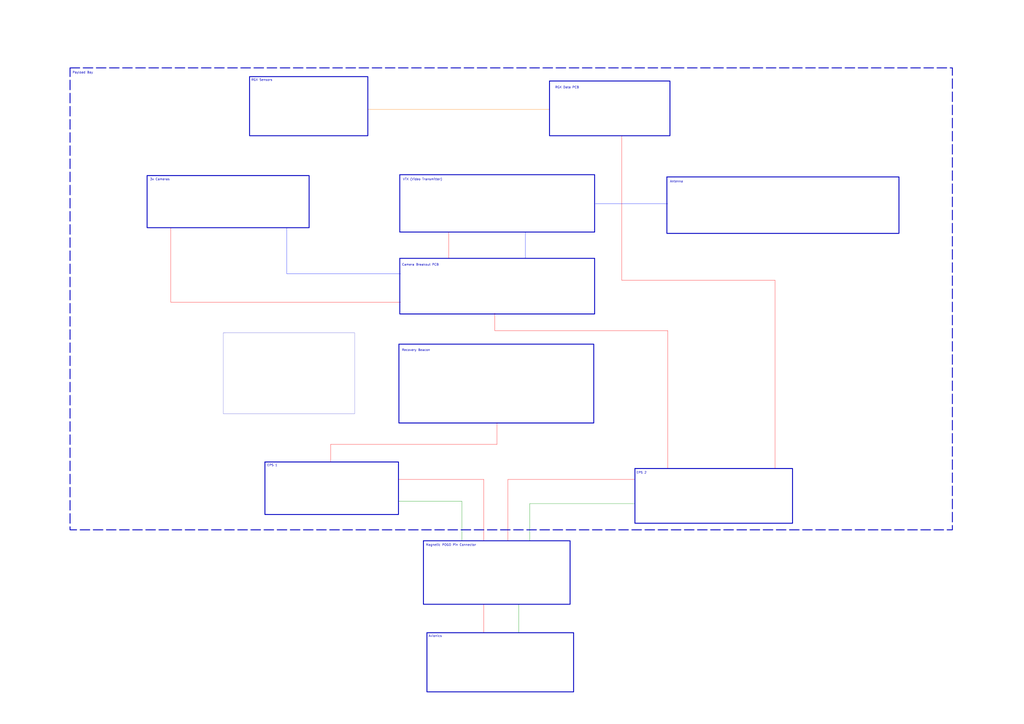
<source format=kicad_sch>
(kicad_sch
	(version 20231120)
	(generator "eeschema")
	(generator_version "8.0")
	(uuid "89b9b4e5-7f06-4749-8df6-9e6327de0a97")
	(paper "A2")
	(lib_symbols)
	(wire
		(pts
			(xy 307.34 292.1) (xy 368.3 292.1)
		)
		(stroke
			(width 0)
			(type default)
		)
		(uuid "0898fbdc-71e6-4ff4-a517-49162b944beb")
	)
	(wire
		(pts
			(xy 260.35 134.62) (xy 260.35 149.86)
		)
		(stroke
			(width 0)
			(type default)
			(color 255 0 4 1)
		)
		(uuid "0a207940-d316-44f4-8095-0aea91ad8e8d")
	)
	(wire
		(pts
			(xy 232.41 175.26) (xy 99.06 175.26)
		)
		(stroke
			(width 0)
			(type default)
			(color 255 0 4 1)
		)
		(uuid "0a3af0d2-fde6-462b-a2e3-b15935bc9a38")
	)
	(wire
		(pts
			(xy 99.06 132.08) (xy 99.06 175.26)
		)
		(stroke
			(width 0)
			(type default)
			(color 255 0 4 1)
		)
		(uuid "103d761c-1e94-428b-85fe-8ea6ea8f5703")
	)
	(wire
		(pts
			(xy 360.68 78.74) (xy 360.68 162.56)
		)
		(stroke
			(width 0)
			(type default)
			(color 255 0 4 1)
		)
		(uuid "175ee211-8d06-4cf8-82b2-4b77754abce5")
	)
	(wire
		(pts
			(xy 345.44 118.11) (xy 387.35 118.11)
		)
		(stroke
			(width 0)
			(type default)
			(color 2 16 255 1)
		)
		(uuid "1ef809a7-28bd-49ea-88eb-2f46d4f34ea9")
	)
	(wire
		(pts
			(xy 280.67 313.69) (xy 280.67 278.13)
		)
		(stroke
			(width 0)
			(type default)
			(color 255 0 4 1)
		)
		(uuid "2487d1b4-0205-486d-ad0f-ad53860614ef")
	)
	(wire
		(pts
			(xy 294.64 278.13) (xy 368.3 278.13)
		)
		(stroke
			(width 0)
			(type default)
			(color 255 0 4 1)
		)
		(uuid "33fb6f6d-e2d5-4876-8654-226b892f2da6")
	)
	(wire
		(pts
			(xy 166.37 158.75) (xy 232.41 158.75)
		)
		(stroke
			(width 0)
			(type default)
			(color 2 16 255 1)
		)
		(uuid "3da9a47f-3850-4e08-9c79-2794fa273161")
	)
	(wire
		(pts
			(xy 213.36 63.5) (xy 318.77 63.5)
		)
		(stroke
			(width 0)
			(type default)
			(color 255 125 0 1)
		)
		(uuid "4c28afd1-09a8-4d6b-8565-540dd03ae17d")
	)
	(wire
		(pts
			(xy 280.67 278.13) (xy 231.14 278.13)
		)
		(stroke
			(width 0)
			(type default)
			(color 255 0 4 1)
		)
		(uuid "5236b181-5047-4fe4-b0fa-b0932efeeae4")
	)
	(wire
		(pts
			(xy 166.37 132.08) (xy 166.37 158.75)
		)
		(stroke
			(width 0)
			(type default)
			(color 2 16 255 1)
		)
		(uuid "56c6e728-27c9-4a22-9bca-ab6120a1daaa")
	)
	(wire
		(pts
			(xy 191.77 257.81) (xy 191.77 267.97)
		)
		(stroke
			(width 0)
			(type default)
			(color 255 0 4 1)
		)
		(uuid "69fc2ce9-9162-4dc0-8ec0-f58988af983c")
	)
	(wire
		(pts
			(xy 387.35 191.77) (xy 387.35 271.78)
		)
		(stroke
			(width 0)
			(type default)
			(color 255 0 4 1)
		)
		(uuid "754df04e-0c88-4026-965c-583c2e9f27ab")
	)
	(wire
		(pts
			(xy 288.29 257.81) (xy 191.77 257.81)
		)
		(stroke
			(width 0)
			(type default)
			(color 255 0 4 1)
		)
		(uuid "77b0058a-2aae-41d3-bf64-16ad82d11a33")
	)
	(wire
		(pts
			(xy 288.29 245.11) (xy 288.29 257.81)
		)
		(stroke
			(width 0)
			(type default)
			(color 255 0 4 1)
		)
		(uuid "78886c67-fed4-4b53-8541-a4366a975757")
	)
	(wire
		(pts
			(xy 287.02 191.77) (xy 387.35 191.77)
		)
		(stroke
			(width 0)
			(type default)
			(color 255 0 4 1)
		)
		(uuid "78b534e4-3ed9-439f-968d-b0667248b6d3")
	)
	(wire
		(pts
			(xy 307.34 313.69) (xy 307.34 292.1)
		)
		(stroke
			(width 0)
			(type default)
		)
		(uuid "7d3df349-2e82-4054-9fad-5530cbd73d85")
	)
	(wire
		(pts
			(xy 360.68 162.56) (xy 449.58 162.56)
		)
		(stroke
			(width 0)
			(type default)
			(color 255 0 4 1)
		)
		(uuid "90762005-2558-44b1-8354-2c9846aed9fb")
	)
	(wire
		(pts
			(xy 287.02 181.61) (xy 287.02 191.77)
		)
		(stroke
			(width 0)
			(type default)
			(color 255 0 4 1)
		)
		(uuid "9502d2c3-7283-4997-ac96-ac69d1a6d9a1")
	)
	(wire
		(pts
			(xy 267.97 313.69) (xy 267.97 290.83)
		)
		(stroke
			(width 0)
			(type default)
		)
		(uuid "9e7459c2-93f7-4cd2-8a73-2839f5ebf6d8")
	)
	(wire
		(pts
			(xy 280.67 350.52) (xy 280.67 367.03)
		)
		(stroke
			(width 0)
			(type default)
			(color 255 0 4 1)
		)
		(uuid "ad67a06a-7a2a-4fbd-b7dc-e06b146e823c")
	)
	(wire
		(pts
			(xy 449.58 162.56) (xy 449.58 271.78)
		)
		(stroke
			(width 0)
			(type default)
			(color 255 0 4 1)
		)
		(uuid "cc2fb6e2-76ec-4ae5-b631-04e39b28304a")
	)
	(wire
		(pts
			(xy 304.8 134.62) (xy 304.8 149.86)
		)
		(stroke
			(width 0)
			(type default)
			(color 2 16 255 1)
		)
		(uuid "d79b269b-0c80-4426-bdd9-421e729d96f4")
	)
	(wire
		(pts
			(xy 294.64 313.69) (xy 294.64 278.13)
		)
		(stroke
			(width 0)
			(type default)
			(color 255 0 4 1)
		)
		(uuid "e2a58569-bc06-4a31-a0d1-70be81d40e65")
	)
	(wire
		(pts
			(xy 267.97 290.83) (xy 231.14 290.83)
		)
		(stroke
			(width 0)
			(type default)
		)
		(uuid "ef831d5c-66c5-4fb0-9f63-b2451aab8bfe")
	)
	(wire
		(pts
			(xy 300.99 350.52) (xy 300.99 367.03)
		)
		(stroke
			(width 0)
			(type default)
		)
		(uuid "f5c72788-20bd-402f-9502-ce63bea64393")
	)
	(rectangle
		(start 245.618 313.69)
		(end 330.708 350.52)
		(stroke
			(width 0.508)
			(type default)
		)
		(fill
			(type none)
		)
		(uuid 0a9133e0-14ef-4179-9a68-6f30cd07ae0f)
	)
	(rectangle
		(start 153.67 267.97)
		(end 231.14 298.45)
		(stroke
			(width 0.508)
			(type default)
		)
		(fill
			(type none)
		)
		(uuid 1e3b4b34-1952-4995-b88f-04bde96fabd8)
	)
	(rectangle
		(start 231.902 149.86)
		(end 344.932 182.118)
		(stroke
			(width 0.508)
			(type default)
		)
		(fill
			(type none)
		)
		(uuid 5362c52d-3038-46fa-bc20-2618b8af6220)
	)
	(rectangle
		(start 85.344 101.854)
		(end 179.324 132.08)
		(stroke
			(width 0.508)
			(type default)
		)
		(fill
			(type none)
		)
		(uuid 63d70b76-efdb-4640-8e6e-d714770a8e43)
	)
	(rectangle
		(start 231.902 101.346)
		(end 344.932 134.62)
		(stroke
			(width 0.508)
			(type default)
		)
		(fill
			(type none)
		)
		(uuid 9512ec53-ca2f-4da4-91ea-e4183d510221)
	)
	(rectangle
		(start 40.64 228.6)
		(end 40.64 228.6)
		(stroke
			(width 0)
			(type default)
		)
		(fill
			(type none)
		)
		(uuid 99fa9f5f-8c8e-49d1-9613-a06f21ec60be)
	)
	(rectangle
		(start 144.78 44.45)
		(end 213.36 78.74)
		(stroke
			(width 0.508)
			(type default)
		)
		(fill
			(type none)
		)
		(uuid afcb50e7-b2de-410c-9909-ba08407e9a07)
	)
	(rectangle
		(start 368.3 271.78)
		(end 459.74 303.53)
		(stroke
			(width 0.508)
			(type default)
		)
		(fill
			(type none)
		)
		(uuid b995f3dc-268a-419e-bce6-1c9fb673ba34)
	)
	(rectangle
		(start 40.64 39.37)
		(end 552.45 307.34)
		(stroke
			(width 0.508)
			(type dash)
		)
		(fill
			(type none)
		)
		(uuid cbb2ab1a-93d8-48b5-88fb-6e259108ea27)
	)
	(rectangle
		(start 231.394 199.644)
		(end 344.424 245.364)
		(stroke
			(width 0.508)
			(type default)
		)
		(fill
			(type none)
		)
		(uuid e7cfd347-11bc-4d39-87a6-e361060897ed)
	)
	(rectangle
		(start 318.77 46.99)
		(end 388.62 78.74)
		(stroke
			(width 0.508)
			(type default)
		)
		(fill
			(type none)
		)
		(uuid f2aeaaa8-10fc-4d6a-9828-945c15aaba1c)
	)
	(rectangle
		(start 386.842 102.616)
		(end 521.462 135.382)
		(stroke
			(width 0.508)
			(type default)
		)
		(fill
			(type none)
		)
		(uuid fc2f221c-0d06-4e03-8dcd-568d85479a4b)
	)
	(rectangle
		(start 247.65 367.03)
		(end 332.74 401.32)
		(stroke
			(width 0.508)
			(type default)
		)
		(fill
			(type none)
		)
		(uuid fecd57a3-578a-4503-a4fd-fab9c02a5f7a)
	)
	(text_box "Recovery Beacon"
		(exclude_from_sim no)
		(at 129.54 193.04 0)
		(size 76.2 46.99)
		(stroke
			(width 0.0254)
			(type default)
		)
		(fill
			(type none)
		)
		(effects
			(font
				(face "Barlow")
				(size 0.1016 0.1016)
			)
			(justify left top)
		)
		(uuid "616bec3d-c67f-4492-845f-20940616a62a")
	)
	(text "EPS 1"
		(exclude_from_sim no)
		(at 157.988 270.002 0)
		(effects
			(font
				(size 1.27 1.27)
			)
		)
		(uuid "049c75da-25b3-4fae-8bc0-666db0562067")
	)
	(text "3x Cameras"
		(exclude_from_sim no)
		(at 92.71 104.14 0)
		(effects
			(font
				(size 1.27 1.27)
			)
		)
		(uuid "08924c92-b0d1-4790-a96f-b5e33a86d687")
	)
	(text "RGX Data PCB"
		(exclude_from_sim no)
		(at 328.93 50.8 0)
		(effects
			(font
				(size 1.27 1.27)
			)
		)
		(uuid "1f782e3d-7cc1-4727-bead-b63fcedefa43")
	)
	(text "Recovery Beacon"
		(exclude_from_sim no)
		(at 241.3 203.2 0)
		(effects
			(font
				(size 1.27 1.27)
			)
		)
		(uuid "3975ef6a-0080-493e-aaa3-f00418b0eb86")
	)
	(text "Antenna"
		(exclude_from_sim no)
		(at 392.43 105.41 0)
		(effects
			(font
				(size 1.27 1.27)
			)
		)
		(uuid "621aaf96-f962-44eb-b499-5263f2e9f5f3")
	)
	(text "EPS 2"
		(exclude_from_sim no)
		(at 372.11 274.32 0)
		(effects
			(font
				(size 1.27 1.27)
			)
		)
		(uuid "6c2a576c-317f-4062-8d0b-ec5063443256")
	)
	(text "Payload Bay"
		(exclude_from_sim no)
		(at 48.006 42.164 0)
		(effects
			(font
				(size 1.27 1.27)
			)
		)
		(uuid "77ad241c-62fd-4a60-8f87-7ec542f11cdf")
	)
	(text "VTX (Video Transmitter)"
		(exclude_from_sim no)
		(at 245.11 104.14 0)
		(effects
			(font
				(size 1.27 1.27)
			)
		)
		(uuid "a73056a4-8840-43b0-b05f-9e3f79dfbc2a")
	)
	(text "Camera Breakout PCB"
		(exclude_from_sim no)
		(at 243.84 153.67 0)
		(effects
			(font
				(size 1.27 1.27)
			)
		)
		(uuid "bc4b7da7-bb57-4b42-b046-5ed68696ac22")
	)
	(text "RGX Sensors"
		(exclude_from_sim no)
		(at 151.892 46.482 0)
		(effects
			(font
				(size 1.27 1.27)
			)
		)
		(uuid "c6f8dcbc-a59d-4a12-8fee-96f6acaa1a0c")
	)
	(text "Magnetic POGO Pin Connector"
		(exclude_from_sim no)
		(at 261.62 316.23 0)
		(effects
			(font
				(size 1.27 1.27)
			)
		)
		(uuid "c9a143a3-5757-4a60-83c3-df91c73d9106")
	)
	(text "Avionics"
		(exclude_from_sim no)
		(at 252.476 369.062 0)
		(effects
			(font
				(size 1.27 1.27)
			)
		)
		(uuid "fee404c0-6abe-4ff2-8b62-5948bed12e2f")
	)
	(sheet_instances
		(path "/"
			(page "1")
		)
	)
)

</source>
